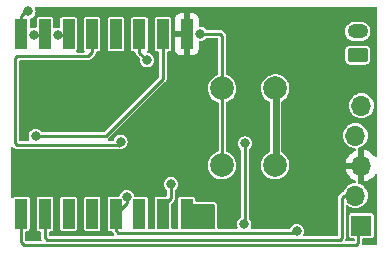
<source format=gbr>
%TF.GenerationSoftware,KiCad,Pcbnew,(6.0.0)*%
%TF.CreationDate,2022-03-02T17:10:44+00:00*%
%TF.ProjectId,Window sensor V5,57696e64-6f77-4207-9365-6e736f722056,rev?*%
%TF.SameCoordinates,Original*%
%TF.FileFunction,Copper,L2,Bot*%
%TF.FilePolarity,Positive*%
%FSLAX46Y46*%
G04 Gerber Fmt 4.6, Leading zero omitted, Abs format (unit mm)*
G04 Created by KiCad (PCBNEW (6.0.0)) date 2022-03-02 17:10:44*
%MOMM*%
%LPD*%
G01*
G04 APERTURE LIST*
G04 Aperture macros list*
%AMRoundRect*
0 Rectangle with rounded corners*
0 $1 Rounding radius*
0 $2 $3 $4 $5 $6 $7 $8 $9 X,Y pos of 4 corners*
0 Add a 4 corners polygon primitive as box body*
4,1,4,$2,$3,$4,$5,$6,$7,$8,$9,$2,$3,0*
0 Add four circle primitives for the rounded corners*
1,1,$1+$1,$2,$3*
1,1,$1+$1,$4,$5*
1,1,$1+$1,$6,$7*
1,1,$1+$1,$8,$9*
0 Add four rect primitives between the rounded corners*
20,1,$1+$1,$2,$3,$4,$5,0*
20,1,$1+$1,$4,$5,$6,$7,0*
20,1,$1+$1,$6,$7,$8,$9,0*
20,1,$1+$1,$8,$9,$2,$3,0*%
G04 Aperture macros list end*
%TA.AperFunction,ComponentPad*%
%ADD10C,2.000000*%
%TD*%
%TA.AperFunction,ComponentPad*%
%ADD11R,1.700000X1.700000*%
%TD*%
%TA.AperFunction,ComponentPad*%
%ADD12O,1.700000X1.700000*%
%TD*%
%TA.AperFunction,SMDPad,CuDef*%
%ADD13R,1.000000X2.500000*%
%TD*%
%TA.AperFunction,ComponentPad*%
%ADD14RoundRect,0.250000X0.625000X-0.350000X0.625000X0.350000X-0.625000X0.350000X-0.625000X-0.350000X0*%
%TD*%
%TA.AperFunction,ComponentPad*%
%ADD15O,1.750000X1.200000*%
%TD*%
%TA.AperFunction,ViaPad*%
%ADD16C,0.800000*%
%TD*%
%TA.AperFunction,Conductor*%
%ADD17C,0.600000*%
%TD*%
%TA.AperFunction,Conductor*%
%ADD18C,0.250000*%
%TD*%
G04 APERTURE END LIST*
D10*
%TO.P,SW2,1,1*%
%TO.N,+BATT*%
X138394000Y-75002000D03*
X138394000Y-81502000D03*
%TO.P,SW2,2,2*%
%TO.N,INPUT*%
X133894000Y-75002000D03*
X133894000Y-81502000D03*
%TD*%
D11*
%TO.P,J2,1,Pin_1*%
%TO.N,Net-(J2-Pad1)*%
X145694400Y-86609000D03*
D12*
%TO.P,J2,2,Pin_2*%
%TO.N,Net-(J2-Pad2)*%
X145186400Y-84069000D03*
%TO.P,J2,3,Pin_3*%
%TO.N,VCC*%
X145694400Y-81529000D03*
%TO.P,J2,4,Pin_4*%
%TO.N,unconnected-(J2-Pad4)*%
X145186400Y-78989000D03*
%TO.P,J2,5,Pin_5*%
%TO.N,GND*%
X145694400Y-76449000D03*
%TD*%
D13*
%TO.P,U3,1,~{RST}*%
%TO.N,Net-(RESET1-Pad2)*%
X116896000Y-70403400D03*
%TO.P,U3,2,ADC*%
%TO.N,Net-(C6-Pad1)*%
X118896000Y-70403400D03*
%TO.P,U3,3,EN*%
%TO.N,Net-(C5-Pad1)*%
X120896000Y-70403400D03*
%TO.P,U3,4,GPIO16*%
%TO.N,END*%
X122896000Y-70403400D03*
%TO.P,U3,5,GPIO14*%
%TO.N,unconnected-(U3-Pad5)*%
X124896000Y-70403400D03*
%TO.P,U3,6,GPIO12*%
%TO.N,Net-(C8-Pad1)*%
X126896000Y-70403400D03*
%TO.P,U3,7,GPIO13*%
%TO.N,GPIO13*%
X128896000Y-70403400D03*
%TO.P,U3,8,VCC*%
%TO.N,VCC*%
X130896000Y-70403400D03*
%TO.P,U3,15,GND*%
%TO.N,GND*%
X130896000Y-85603400D03*
%TO.P,U3,16,GPIO15*%
%TO.N,Net-(R9-Pad1)*%
X128896000Y-85603400D03*
%TO.P,U3,17,GPIO2*%
%TO.N,unconnected-(U3-Pad17)*%
X126896000Y-85603400D03*
%TO.P,U3,18,GPIO0*%
%TO.N,Net-(FLASH1-Pad1)*%
X124896000Y-85603400D03*
%TO.P,U3,19,GPIO4*%
%TO.N,unconnected-(U3-Pad19)*%
X122896000Y-85603400D03*
%TO.P,U3,20,GPIO5*%
%TO.N,unconnected-(U3-Pad20)*%
X120896000Y-85603400D03*
%TO.P,U3,21,GPIO3/RXD*%
%TO.N,Net-(J2-Pad2)*%
X118896000Y-85603400D03*
%TO.P,U3,22,GPIO1/TXD*%
%TO.N,Net-(J2-Pad1)*%
X116896000Y-85603400D03*
%TD*%
D14*
%TO.P,J1,1,Pin_1*%
%TO.N,+BATT*%
X145375800Y-72170800D03*
D15*
%TO.P,J1,2,Pin_2*%
%TO.N,GND*%
X145375800Y-70170800D03*
%TD*%
D16*
%TO.N,GND*%
X132842000Y-85598000D03*
X132511800Y-86410800D03*
X131876800Y-85775800D03*
%TO.N,Net-(C5-Pad1)*%
X119995502Y-70459600D03*
%TO.N,Net-(C6-Pad1)*%
X117995502Y-70459600D03*
%TO.N,VCC*%
X140716000Y-80314800D03*
X119811800Y-81788000D03*
X121843800Y-74129580D03*
X123082939Y-83461300D03*
%TO.N,Net-(FLASH1-Pad1)*%
X140208000Y-87090980D03*
X125823204Y-84176463D03*
%TO.N,Net-(R1-Pad2)*%
X135813800Y-79654400D03*
X135763000Y-86473700D03*
%TO.N,GPIO13*%
X118110000Y-79019400D03*
%TO.N,INPUT*%
X132050207Y-70362627D03*
%TO.N,END*%
X125298200Y-79502000D03*
%TO.N,Net-(R9-Pad1)*%
X129565400Y-83108800D03*
%TO.N,Net-(RESET1-Pad2)*%
X117500400Y-68478400D03*
%TO.N,Net-(C8-Pad1)*%
X127558800Y-72618600D03*
%TD*%
D17*
%TO.N,+BATT*%
X138419400Y-74956600D02*
X138419400Y-81456600D01*
%TO.N,GND*%
X131876800Y-85775800D02*
X132511800Y-86410800D01*
X130896000Y-85603400D02*
X131704400Y-85603400D01*
X131704400Y-85603400D02*
X131876800Y-85775800D01*
D18*
%TO.N,Net-(C5-Pad1)*%
X120020902Y-70485000D02*
X120814400Y-70485000D01*
X119995502Y-70459600D02*
X120020902Y-70485000D01*
%TO.N,Net-(C6-Pad1)*%
X117995502Y-70459600D02*
X118839800Y-70459600D01*
%TO.N,Net-(FLASH1-Pad1)*%
X140100780Y-87198200D02*
X125095000Y-87198200D01*
X125095000Y-87198200D02*
X124917200Y-87020400D01*
X124917200Y-87020400D02*
X124917200Y-86374600D01*
X125823204Y-84676196D02*
X124896000Y-85603400D01*
X140208000Y-87090980D02*
X140100780Y-87198200D01*
X125823204Y-84176463D02*
X125823204Y-84676196D01*
%TO.N,Net-(J2-Pad1)*%
X116890800Y-88011000D02*
X117144800Y-88265000D01*
X116890800Y-86358600D02*
X116890800Y-88011000D01*
X145237200Y-88265000D02*
X145440400Y-88061800D01*
X117144800Y-88265000D02*
X145237200Y-88265000D01*
X145440400Y-88061800D02*
X145440400Y-86609000D01*
%TO.N,Net-(J2-Pad2)*%
X144018000Y-84251800D02*
X144200800Y-84069000D01*
X143840200Y-87815480D02*
X144018000Y-87637680D01*
X119100600Y-87815480D02*
X143840200Y-87815480D01*
X118896000Y-85603400D02*
X118896000Y-87610880D01*
X144200800Y-84069000D02*
X145440400Y-84069000D01*
X118896000Y-87610880D02*
X119100600Y-87815480D01*
X144018000Y-87637680D02*
X144018000Y-84251800D01*
%TO.N,Net-(R1-Pad2)*%
X135813800Y-79654400D02*
X135813800Y-86422900D01*
X135813800Y-86422900D02*
X135763000Y-86473700D01*
%TO.N,GPIO13*%
X128879600Y-74168000D02*
X124028200Y-79019400D01*
X128879600Y-71169800D02*
X128879600Y-74168000D01*
X124028200Y-79019400D02*
X118110000Y-79019400D01*
%TO.N,INPUT*%
X132050207Y-70362627D02*
X133710227Y-70362627D01*
X133919400Y-75027400D02*
X133919400Y-81476600D01*
X133894000Y-70546400D02*
X133894000Y-75002000D01*
X133710227Y-70362627D02*
X133894000Y-70546400D01*
%TO.N,END*%
X116535200Y-72288400D02*
X122525800Y-72288400D01*
X125145800Y-79806800D02*
X116535200Y-79806800D01*
X125171200Y-79629000D02*
X125171200Y-79832200D01*
X116535200Y-79806800D02*
X116382800Y-79654400D01*
X116382800Y-79654400D02*
X116382800Y-72440800D01*
X125171200Y-79832200D02*
X125145800Y-79806800D01*
X116382800Y-72440800D02*
X116535200Y-72288400D01*
X125298200Y-79502000D02*
X125171200Y-79629000D01*
X122896000Y-71918200D02*
X122896000Y-70403400D01*
X122525800Y-72288400D02*
X122896000Y-71918200D01*
%TO.N,Net-(R9-Pad1)*%
X129565400Y-84306763D02*
X128896000Y-84976163D01*
X129565400Y-83108800D02*
X129565400Y-84306763D01*
%TO.N,Net-(RESET1-Pad2)*%
X117500400Y-68478400D02*
X117297200Y-68478400D01*
X117297200Y-68478400D02*
X116896000Y-68879600D01*
X116896000Y-68879600D02*
X116896000Y-70403400D01*
%TO.N,Net-(C8-Pad1)*%
X126896000Y-71955800D02*
X127558800Y-72618600D01*
X126896000Y-70403400D02*
X126896000Y-71955800D01*
%TD*%
%TA.AperFunction,Conductor*%
%TO.N,VCC*%
G36*
X146985921Y-68114202D02*
G01*
X147032414Y-68167858D01*
X147043800Y-68220200D01*
X147043800Y-80687868D01*
X147023798Y-80755989D01*
X146970142Y-80802482D01*
X146899868Y-80812586D01*
X146835288Y-80783092D01*
X146812008Y-80756308D01*
X146776827Y-80701926D01*
X146770536Y-80693757D01*
X146627206Y-80536240D01*
X146619673Y-80529215D01*
X146452539Y-80397222D01*
X146443952Y-80391517D01*
X146257517Y-80288599D01*
X146248105Y-80284369D01*
X146047359Y-80213280D01*
X146037388Y-80210646D01*
X145966237Y-80197972D01*
X145952940Y-80199432D01*
X145948400Y-80213989D01*
X145948400Y-82847517D01*
X145952464Y-82861359D01*
X145965878Y-82863393D01*
X145972584Y-82862534D01*
X145982662Y-82860392D01*
X146186655Y-82799191D01*
X146196242Y-82795433D01*
X146387495Y-82701739D01*
X146396345Y-82696464D01*
X146569728Y-82572792D01*
X146577600Y-82566139D01*
X146728452Y-82415812D01*
X146735123Y-82407972D01*
X146815477Y-82296148D01*
X146871472Y-82252500D01*
X146942175Y-82246054D01*
X147005140Y-82278857D01*
X147040374Y-82340493D01*
X147043800Y-82369674D01*
X147043800Y-88167600D01*
X147023798Y-88235721D01*
X146970142Y-88282214D01*
X146917800Y-88293600D01*
X145880210Y-88293600D01*
X145812089Y-88273598D01*
X145765596Y-88219942D01*
X145756124Y-88145723D01*
X145757533Y-88137731D01*
X145759908Y-88127017D01*
X145769663Y-88090607D01*
X145768404Y-88076210D01*
X145766379Y-88053069D01*
X145765900Y-88042088D01*
X145765900Y-87785500D01*
X145785902Y-87717379D01*
X145839558Y-87670886D01*
X145891900Y-87659500D01*
X146564148Y-87659500D01*
X146584207Y-87655510D01*
X146610461Y-87650288D01*
X146610462Y-87650288D01*
X146622631Y-87647867D01*
X146688952Y-87603552D01*
X146733267Y-87537231D01*
X146744900Y-87478748D01*
X146744900Y-85739252D01*
X146733267Y-85680769D01*
X146688952Y-85614448D01*
X146622631Y-85570133D01*
X146610462Y-85567712D01*
X146610461Y-85567712D01*
X146570216Y-85559707D01*
X146564148Y-85558500D01*
X144824652Y-85558500D01*
X144818584Y-85559707D01*
X144778339Y-85567712D01*
X144778338Y-85567712D01*
X144766169Y-85570133D01*
X144699848Y-85614448D01*
X144655533Y-85680769D01*
X144643900Y-85739252D01*
X144643900Y-87478748D01*
X144655533Y-87537231D01*
X144699848Y-87603552D01*
X144766169Y-87647867D01*
X144778338Y-87650288D01*
X144778339Y-87650288D01*
X144804593Y-87655510D01*
X144824652Y-87659500D01*
X144988900Y-87659500D01*
X145057021Y-87679502D01*
X145103514Y-87733158D01*
X145114900Y-87785500D01*
X145114900Y-87813500D01*
X145094898Y-87881621D01*
X145041242Y-87928114D01*
X144988900Y-87939500D01*
X144437789Y-87939500D01*
X144369668Y-87919498D01*
X144323175Y-87865842D01*
X144313071Y-87795568D01*
X144317641Y-87777360D01*
X144317561Y-87777339D01*
X144318088Y-87775374D01*
X144318340Y-87774574D01*
X144318910Y-87772304D01*
X144319506Y-87770079D01*
X144319996Y-87768733D01*
X144320779Y-87766843D01*
X144321386Y-87764919D01*
X144323079Y-87760268D01*
X144328588Y-87750725D01*
X144335134Y-87713604D01*
X144337508Y-87702897D01*
X144347263Y-87666487D01*
X144344919Y-87639687D01*
X144343979Y-87628949D01*
X144343500Y-87617968D01*
X144343500Y-85003829D01*
X144363502Y-84935708D01*
X144417158Y-84889215D01*
X144487432Y-84879111D01*
X144551162Y-84907875D01*
X144583964Y-84935791D01*
X144763798Y-85036297D01*
X144834988Y-85059428D01*
X144953871Y-85098056D01*
X144953875Y-85098057D01*
X144959729Y-85099959D01*
X145164294Y-85124351D01*
X145170429Y-85123879D01*
X145170431Y-85123879D01*
X145226439Y-85119569D01*
X145369700Y-85108546D01*
X145375630Y-85106890D01*
X145375632Y-85106890D01*
X145499504Y-85072304D01*
X145568125Y-85053145D01*
X145573614Y-85050372D01*
X145573620Y-85050370D01*
X145746516Y-84963033D01*
X145752010Y-84960258D01*
X145914351Y-84833424D01*
X145928442Y-84817100D01*
X146044940Y-84682134D01*
X146044940Y-84682133D01*
X146048964Y-84677472D01*
X146150723Y-84498344D01*
X146215751Y-84302863D01*
X146241571Y-84098474D01*
X146241983Y-84069000D01*
X146221880Y-83863970D01*
X146162335Y-83666749D01*
X146065618Y-83484849D01*
X145992259Y-83394902D01*
X145939306Y-83329975D01*
X145939303Y-83329972D01*
X145935411Y-83325200D01*
X145872543Y-83273191D01*
X145781425Y-83197811D01*
X145781421Y-83197809D01*
X145776675Y-83193882D01*
X145595455Y-83095897D01*
X145495588Y-83064983D01*
X145436429Y-83025731D01*
X145407882Y-82960727D01*
X145419011Y-82890608D01*
X145430098Y-82876866D01*
X145440400Y-82848065D01*
X145440400Y-81801115D01*
X145435925Y-81785876D01*
X145434535Y-81784671D01*
X145426852Y-81783000D01*
X144377625Y-81783000D01*
X144364094Y-81786973D01*
X144362657Y-81796966D01*
X144392965Y-81931446D01*
X144396045Y-81941275D01*
X144476170Y-82138603D01*
X144480813Y-82147794D01*
X144592094Y-82329388D01*
X144598177Y-82337699D01*
X144737613Y-82498667D01*
X144744980Y-82505883D01*
X144908834Y-82641916D01*
X144917281Y-82647831D01*
X145101156Y-82755279D01*
X145110449Y-82759732D01*
X145155187Y-82776816D01*
X145211690Y-82819803D01*
X145235982Y-82886515D01*
X145220351Y-82955769D01*
X145169760Y-83005579D01*
X145121658Y-83020005D01*
X145059167Y-83025692D01*
X144994741Y-83031555D01*
X144994737Y-83031556D01*
X144988603Y-83032114D01*
X144790972Y-83090280D01*
X144608402Y-83185726D01*
X144603601Y-83189586D01*
X144603598Y-83189588D01*
X144499617Y-83273191D01*
X144447847Y-83314815D01*
X144315424Y-83472630D01*
X144312456Y-83478028D01*
X144312453Y-83478033D01*
X144257429Y-83578123D01*
X144216176Y-83653162D01*
X144214314Y-83659032D01*
X144214313Y-83659034D01*
X144211493Y-83667924D01*
X144171830Y-83726808D01*
X144113274Y-83753911D01*
X144098610Y-83756497D01*
X144098606Y-83756499D01*
X144087755Y-83758412D01*
X144078212Y-83763921D01*
X144074935Y-83765114D01*
X144071764Y-83766593D01*
X144061116Y-83769446D01*
X144052087Y-83775768D01*
X144030249Y-83791059D01*
X144020979Y-83796964D01*
X143997892Y-83810293D01*
X143997888Y-83810296D01*
X143988345Y-83815806D01*
X143981260Y-83824250D01*
X143964125Y-83844670D01*
X143956700Y-83852773D01*
X143801778Y-84007696D01*
X143793674Y-84015122D01*
X143764806Y-84039345D01*
X143759293Y-84048894D01*
X143745961Y-84071985D01*
X143740055Y-84081256D01*
X143718446Y-84112116D01*
X143715592Y-84122766D01*
X143714115Y-84125934D01*
X143712923Y-84129210D01*
X143707412Y-84138755D01*
X143703294Y-84162112D01*
X143700870Y-84175858D01*
X143698492Y-84186585D01*
X143688736Y-84222993D01*
X143689697Y-84233978D01*
X143689697Y-84233980D01*
X143692020Y-84260528D01*
X143692500Y-84271510D01*
X143692500Y-87363980D01*
X143672498Y-87432101D01*
X143618842Y-87478594D01*
X143566500Y-87489980D01*
X140881278Y-87489980D01*
X140813157Y-87469978D01*
X140766664Y-87416322D01*
X140756560Y-87346048D01*
X140764869Y-87315762D01*
X140789884Y-87255371D01*
X140793044Y-87247742D01*
X140813682Y-87090980D01*
X140793044Y-86934218D01*
X140732536Y-86788139D01*
X140636282Y-86662698D01*
X140510841Y-86566444D01*
X140364762Y-86505936D01*
X140208000Y-86485298D01*
X140051238Y-86505936D01*
X139905159Y-86566444D01*
X139779718Y-86662698D01*
X139683464Y-86788139D01*
X139680303Y-86795769D01*
X139676175Y-86802920D01*
X139674833Y-86802145D01*
X139636107Y-86850199D01*
X139564247Y-86872700D01*
X136436278Y-86872700D01*
X136368157Y-86852698D01*
X136321664Y-86799042D01*
X136311560Y-86728768D01*
X136319869Y-86698482D01*
X136344884Y-86638091D01*
X136348044Y-86630462D01*
X136368682Y-86473700D01*
X136348044Y-86316938D01*
X136287536Y-86170859D01*
X136191282Y-86045418D01*
X136184736Y-86040395D01*
X136178891Y-86034550D01*
X136180784Y-86032657D01*
X136146729Y-85986020D01*
X136139300Y-85943394D01*
X136139300Y-81470440D01*
X137188770Y-81470440D01*
X137203200Y-81690604D01*
X137204621Y-81696200D01*
X137204622Y-81696205D01*
X137230213Y-81796966D01*
X137257511Y-81904452D01*
X137259928Y-81909694D01*
X137259928Y-81909695D01*
X137298046Y-81992379D01*
X137349883Y-82104821D01*
X137477222Y-82285002D01*
X137635264Y-82438961D01*
X137640060Y-82442166D01*
X137640063Y-82442168D01*
X137731282Y-82503118D01*
X137818717Y-82561540D01*
X137824020Y-82563818D01*
X137824023Y-82563820D01*
X138005797Y-82641916D01*
X138021436Y-82648635D01*
X138101088Y-82666658D01*
X138230995Y-82696054D01*
X138231001Y-82696055D01*
X138236632Y-82697329D01*
X138242403Y-82697556D01*
X138242405Y-82697556D01*
X138310211Y-82700220D01*
X138457098Y-82705991D01*
X138587635Y-82687064D01*
X138669738Y-82675160D01*
X138669743Y-82675159D01*
X138675452Y-82674331D01*
X138680916Y-82672476D01*
X138680921Y-82672475D01*
X138878907Y-82605268D01*
X138878912Y-82605266D01*
X138884379Y-82603410D01*
X138909591Y-82589291D01*
X139028536Y-82522678D01*
X139076884Y-82495602D01*
X139172821Y-82415812D01*
X139242086Y-82358204D01*
X139246518Y-82354518D01*
X139387602Y-82184884D01*
X139495410Y-81992379D01*
X139497266Y-81986912D01*
X139497268Y-81986907D01*
X139564475Y-81788921D01*
X139564476Y-81788916D01*
X139566331Y-81783452D01*
X139567159Y-81777743D01*
X139567160Y-81777738D01*
X139597458Y-81568772D01*
X139597991Y-81565098D01*
X139599643Y-81502000D01*
X139579454Y-81282289D01*
X139577399Y-81275000D01*
X139521134Y-81075500D01*
X139519565Y-81069936D01*
X139421980Y-80872053D01*
X139335311Y-80755989D01*
X139293420Y-80699891D01*
X139293420Y-80699890D01*
X139289967Y-80695267D01*
X139127949Y-80545499D01*
X138978665Y-80451308D01*
X138931726Y-80398041D01*
X138919900Y-80344746D01*
X138919900Y-78974262D01*
X144130920Y-78974262D01*
X144131436Y-78980406D01*
X144147187Y-79167974D01*
X144148159Y-79179553D01*
X144149858Y-79185478D01*
X144199669Y-79359189D01*
X144204944Y-79377586D01*
X144207759Y-79383063D01*
X144207760Y-79383066D01*
X144228647Y-79423707D01*
X144299112Y-79560818D01*
X144427077Y-79722270D01*
X144431770Y-79726264D01*
X144431771Y-79726265D01*
X144515133Y-79797211D01*
X144583964Y-79855791D01*
X144589342Y-79858797D01*
X144589344Y-79858798D01*
X144620963Y-79876469D01*
X144763798Y-79956297D01*
X144815651Y-79973145D01*
X144953871Y-80018056D01*
X144953875Y-80018057D01*
X144959729Y-80019959D01*
X145117624Y-80038786D01*
X145182898Y-80066713D01*
X145222711Y-80125496D01*
X145224423Y-80196472D01*
X145187491Y-80257107D01*
X145160887Y-80275663D01*
X144972858Y-80373545D01*
X144964138Y-80379036D01*
X144793833Y-80506905D01*
X144786126Y-80513748D01*
X144638990Y-80667717D01*
X144632504Y-80675727D01*
X144512498Y-80851649D01*
X144507400Y-80860623D01*
X144417738Y-81053783D01*
X144414175Y-81063470D01*
X144358789Y-81263183D01*
X144360312Y-81271607D01*
X144372692Y-81275000D01*
X145422285Y-81275000D01*
X145437524Y-81270525D01*
X145438729Y-81269135D01*
X145440400Y-81261452D01*
X145440400Y-80212102D01*
X145430654Y-80178912D01*
X145411681Y-80149388D01*
X145411681Y-80078392D01*
X145450065Y-80018665D01*
X145498693Y-79992532D01*
X145562188Y-79974804D01*
X145562201Y-79974799D01*
X145568125Y-79973145D01*
X145573614Y-79970372D01*
X145573620Y-79970370D01*
X145746516Y-79883033D01*
X145752010Y-79880258D01*
X145914351Y-79753424D01*
X145938951Y-79724925D01*
X146044940Y-79602134D01*
X146044940Y-79602133D01*
X146048964Y-79597472D01*
X146069787Y-79560818D01*
X146107851Y-79493812D01*
X146150723Y-79418344D01*
X146215751Y-79222863D01*
X146241571Y-79018474D01*
X146241983Y-78989000D01*
X146221880Y-78783970D01*
X146162335Y-78586749D01*
X146065618Y-78404849D01*
X145992259Y-78314902D01*
X145939306Y-78249975D01*
X145939303Y-78249972D01*
X145935411Y-78245200D01*
X145918186Y-78230950D01*
X145781425Y-78117811D01*
X145781421Y-78117809D01*
X145776675Y-78113882D01*
X145595455Y-78015897D01*
X145398654Y-77954977D01*
X145392529Y-77954333D01*
X145392528Y-77954333D01*
X145199898Y-77934087D01*
X145199896Y-77934087D01*
X145193769Y-77933443D01*
X145106929Y-77941346D01*
X144994742Y-77951555D01*
X144994739Y-77951556D01*
X144988603Y-77952114D01*
X144790972Y-78010280D01*
X144608402Y-78105726D01*
X144603601Y-78109586D01*
X144603598Y-78109588D01*
X144593371Y-78117811D01*
X144447847Y-78234815D01*
X144315424Y-78392630D01*
X144312456Y-78398028D01*
X144312453Y-78398033D01*
X144256457Y-78499891D01*
X144216176Y-78573162D01*
X144153884Y-78769532D01*
X144153198Y-78775649D01*
X144153197Y-78775653D01*
X144142522Y-78870826D01*
X144130920Y-78974262D01*
X138919900Y-78974262D01*
X138919900Y-76434262D01*
X144638920Y-76434262D01*
X144656159Y-76639553D01*
X144712944Y-76837586D01*
X144715759Y-76843063D01*
X144715760Y-76843066D01*
X144736647Y-76883707D01*
X144807112Y-77020818D01*
X144935077Y-77182270D01*
X145091964Y-77315791D01*
X145271798Y-77416297D01*
X145366638Y-77447113D01*
X145461871Y-77478056D01*
X145461875Y-77478057D01*
X145467729Y-77479959D01*
X145672294Y-77504351D01*
X145678429Y-77503879D01*
X145678431Y-77503879D01*
X145734439Y-77499569D01*
X145877700Y-77488546D01*
X145883630Y-77486890D01*
X145883632Y-77486890D01*
X146070197Y-77434800D01*
X146070196Y-77434800D01*
X146076125Y-77433145D01*
X146081614Y-77430372D01*
X146081620Y-77430370D01*
X146254516Y-77343033D01*
X146260010Y-77340258D01*
X146422351Y-77213424D01*
X146556964Y-77057472D01*
X146577787Y-77020818D01*
X146655676Y-76883707D01*
X146658723Y-76878344D01*
X146723751Y-76682863D01*
X146749571Y-76478474D01*
X146749983Y-76449000D01*
X146729880Y-76243970D01*
X146670335Y-76046749D01*
X146573618Y-75864849D01*
X146500259Y-75774902D01*
X146447306Y-75709975D01*
X146447303Y-75709972D01*
X146443411Y-75705200D01*
X146424223Y-75689326D01*
X146289425Y-75577811D01*
X146289421Y-75577809D01*
X146284675Y-75573882D01*
X146103455Y-75475897D01*
X145906654Y-75414977D01*
X145900529Y-75414333D01*
X145900528Y-75414333D01*
X145707898Y-75394087D01*
X145707896Y-75394087D01*
X145701769Y-75393443D01*
X145614929Y-75401346D01*
X145502742Y-75411555D01*
X145502739Y-75411556D01*
X145496603Y-75412114D01*
X145298972Y-75470280D01*
X145293507Y-75473137D01*
X145207687Y-75518003D01*
X145116402Y-75565726D01*
X145111601Y-75569586D01*
X145111598Y-75569588D01*
X144974473Y-75679839D01*
X144955847Y-75694815D01*
X144823424Y-75852630D01*
X144820456Y-75858028D01*
X144820453Y-75858033D01*
X144746854Y-75991911D01*
X144724176Y-76033162D01*
X144661884Y-76229532D01*
X144661198Y-76235649D01*
X144661197Y-76235653D01*
X144639607Y-76428137D01*
X144638920Y-76434262D01*
X138919900Y-76434262D01*
X138919900Y-76157367D01*
X138939902Y-76089246D01*
X138984333Y-76047433D01*
X139076884Y-75995602D01*
X139246518Y-75854518D01*
X139366734Y-75709975D01*
X139383908Y-75689326D01*
X139383910Y-75689323D01*
X139387602Y-75684884D01*
X139495410Y-75492379D01*
X139497266Y-75486912D01*
X139497268Y-75486907D01*
X139564475Y-75288921D01*
X139564476Y-75288916D01*
X139566331Y-75283452D01*
X139567159Y-75277743D01*
X139567160Y-75277738D01*
X139597458Y-75068772D01*
X139597991Y-75065098D01*
X139599643Y-75002000D01*
X139579454Y-74782289D01*
X139519565Y-74569936D01*
X139421980Y-74372053D01*
X139322270Y-74238525D01*
X139293420Y-74199891D01*
X139293420Y-74199890D01*
X139289967Y-74195267D01*
X139192586Y-74105249D01*
X139132189Y-74049418D01*
X139132186Y-74049416D01*
X139127949Y-74045499D01*
X138941350Y-73927764D01*
X138798811Y-73870897D01*
X138741785Y-73848146D01*
X138736421Y-73846006D01*
X138730761Y-73844880D01*
X138730757Y-73844879D01*
X138525691Y-73804089D01*
X138525688Y-73804089D01*
X138520024Y-73802962D01*
X138514249Y-73802886D01*
X138514245Y-73802886D01*
X138403504Y-73801437D01*
X138299406Y-73800074D01*
X138293709Y-73801053D01*
X138293708Y-73801053D01*
X138087654Y-73836459D01*
X138087653Y-73836459D01*
X138081957Y-73837438D01*
X137874957Y-73913804D01*
X137685341Y-74026614D01*
X137519457Y-74172090D01*
X137382863Y-74345360D01*
X137280131Y-74540620D01*
X137214703Y-74751333D01*
X137188770Y-74970440D01*
X137203200Y-75190604D01*
X137204621Y-75196200D01*
X137204622Y-75196205D01*
X137254715Y-75393443D01*
X137257511Y-75404452D01*
X137259928Y-75409694D01*
X137259928Y-75409695D01*
X137298046Y-75492379D01*
X137349883Y-75604821D01*
X137477222Y-75785002D01*
X137635264Y-75938961D01*
X137640060Y-75942166D01*
X137640063Y-75942168D01*
X137724255Y-75998423D01*
X137818717Y-76061540D01*
X137824024Y-76063820D01*
X137824026Y-76063821D01*
X137842637Y-76071817D01*
X137897330Y-76117084D01*
X137918900Y-76187585D01*
X137918900Y-80316010D01*
X137898898Y-80384131D01*
X137857323Y-80424295D01*
X137718469Y-80506905D01*
X137685341Y-80526614D01*
X137519457Y-80672090D01*
X137382863Y-80845360D01*
X137280131Y-81040620D01*
X137214703Y-81251333D01*
X137188770Y-81470440D01*
X136139300Y-81470440D01*
X136139300Y-80223686D01*
X136159302Y-80155565D01*
X136188596Y-80123723D01*
X136190567Y-80122211D01*
X136225558Y-80095361D01*
X136235536Y-80087705D01*
X136242082Y-80082682D01*
X136338336Y-79957241D01*
X136398844Y-79811162D01*
X136419482Y-79654400D01*
X136398844Y-79497638D01*
X136338336Y-79351559D01*
X136242082Y-79226118D01*
X136116641Y-79129864D01*
X135970562Y-79069356D01*
X135813800Y-79048718D01*
X135657038Y-79069356D01*
X135510959Y-79129864D01*
X135385518Y-79226118D01*
X135289264Y-79351559D01*
X135228756Y-79497638D01*
X135208118Y-79654400D01*
X135228756Y-79811162D01*
X135289264Y-79957241D01*
X135385518Y-80082682D01*
X135392064Y-80087705D01*
X135402042Y-80095361D01*
X135437034Y-80122211D01*
X135439004Y-80123723D01*
X135480871Y-80181061D01*
X135488300Y-80223686D01*
X135488300Y-85865434D01*
X135468298Y-85933555D01*
X135439004Y-85965397D01*
X135351349Y-86032657D01*
X135334718Y-86045418D01*
X135238464Y-86170859D01*
X135177956Y-86316938D01*
X135157318Y-86473700D01*
X135177956Y-86630462D01*
X135181116Y-86638091D01*
X135206131Y-86698482D01*
X135213720Y-86769071D01*
X135181941Y-86832558D01*
X135120883Y-86868786D01*
X135089722Y-86872700D01*
X133599464Y-86872700D01*
X133531343Y-86852698D01*
X133484850Y-86799042D01*
X133474558Y-86742000D01*
X133473800Y-86742000D01*
X133473800Y-84911200D01*
X133469230Y-84868688D01*
X133457844Y-84816346D01*
X133455422Y-84806438D01*
X133413564Y-84727886D01*
X133367071Y-84674230D01*
X133349949Y-84656755D01*
X133272267Y-84613303D01*
X133238802Y-84603477D01*
X133208469Y-84594570D01*
X133208465Y-84594569D01*
X133204146Y-84593301D01*
X133199698Y-84592661D01*
X133199691Y-84592660D01*
X133152248Y-84585839D01*
X133152241Y-84585839D01*
X133147800Y-84585200D01*
X131722500Y-84585200D01*
X131654379Y-84565198D01*
X131607886Y-84511542D01*
X131596500Y-84459200D01*
X131596500Y-84333652D01*
X131590376Y-84302863D01*
X131587288Y-84287339D01*
X131587288Y-84287338D01*
X131584867Y-84275169D01*
X131540552Y-84208848D01*
X131474231Y-84164533D01*
X131462062Y-84162112D01*
X131462061Y-84162112D01*
X131421816Y-84154107D01*
X131415748Y-84152900D01*
X130376252Y-84152900D01*
X130370184Y-84154107D01*
X130329939Y-84162112D01*
X130329938Y-84162112D01*
X130317769Y-84164533D01*
X130251448Y-84208848D01*
X130207133Y-84275169D01*
X130204712Y-84287338D01*
X130204712Y-84287339D01*
X130201624Y-84302863D01*
X130195500Y-84333652D01*
X130195500Y-86746700D01*
X130175498Y-86814821D01*
X130121842Y-86861314D01*
X130069500Y-86872700D01*
X129722500Y-86872700D01*
X129654379Y-86852698D01*
X129607886Y-86799042D01*
X129596500Y-86746700D01*
X129596500Y-84788179D01*
X129616502Y-84720058D01*
X129633405Y-84699084D01*
X129781615Y-84550874D01*
X129789719Y-84543447D01*
X129810149Y-84526304D01*
X129818594Y-84519218D01*
X129827549Y-84503707D01*
X129837439Y-84486578D01*
X129843345Y-84477307D01*
X129858630Y-84455478D01*
X129864954Y-84446447D01*
X129867808Y-84435797D01*
X129869285Y-84432629D01*
X129870477Y-84429353D01*
X129875988Y-84419808D01*
X129882530Y-84382705D01*
X129884909Y-84371973D01*
X129894664Y-84335570D01*
X129891379Y-84298020D01*
X129890900Y-84287039D01*
X129890900Y-83678086D01*
X129910902Y-83609965D01*
X129940196Y-83578123D01*
X129987136Y-83542105D01*
X129993682Y-83537082D01*
X130089936Y-83411641D01*
X130150444Y-83265562D01*
X130171082Y-83108800D01*
X130150444Y-82952038D01*
X130089936Y-82805959D01*
X130006756Y-82697556D01*
X129998705Y-82687064D01*
X129993682Y-82680518D01*
X129868241Y-82584264D01*
X129722162Y-82523756D01*
X129565400Y-82503118D01*
X129408638Y-82523756D01*
X129262559Y-82584264D01*
X129137118Y-82680518D01*
X129132095Y-82687064D01*
X129124044Y-82697556D01*
X129040864Y-82805959D01*
X128980356Y-82952038D01*
X128959718Y-83108800D01*
X128980356Y-83265562D01*
X129040864Y-83411641D01*
X129137118Y-83537082D01*
X129143664Y-83542105D01*
X129190604Y-83578123D01*
X129232471Y-83635461D01*
X129239900Y-83678086D01*
X129239900Y-84026900D01*
X129219898Y-84095021D01*
X129166242Y-84141514D01*
X129113900Y-84152900D01*
X128376252Y-84152900D01*
X128370184Y-84154107D01*
X128329939Y-84162112D01*
X128329938Y-84162112D01*
X128317769Y-84164533D01*
X128251448Y-84208848D01*
X128207133Y-84275169D01*
X128204712Y-84287338D01*
X128204712Y-84287339D01*
X128201624Y-84302863D01*
X128195500Y-84333652D01*
X128195500Y-86746700D01*
X128175498Y-86814821D01*
X128121842Y-86861314D01*
X128069500Y-86872700D01*
X127722500Y-86872700D01*
X127654379Y-86852698D01*
X127607886Y-86799042D01*
X127596500Y-86746700D01*
X127596500Y-84333652D01*
X127590376Y-84302863D01*
X127587288Y-84287339D01*
X127587288Y-84287338D01*
X127584867Y-84275169D01*
X127540552Y-84208848D01*
X127474231Y-84164533D01*
X127462062Y-84162112D01*
X127462061Y-84162112D01*
X127421816Y-84154107D01*
X127415748Y-84152900D01*
X126536283Y-84152900D01*
X126468162Y-84132898D01*
X126421669Y-84079242D01*
X126411361Y-84043347D01*
X126409326Y-84027889D01*
X126408248Y-84019701D01*
X126347740Y-83873622D01*
X126251486Y-83748181D01*
X126126045Y-83651927D01*
X125979966Y-83591419D01*
X125823204Y-83570781D01*
X125666442Y-83591419D01*
X125520363Y-83651927D01*
X125394922Y-83748181D01*
X125298668Y-83873622D01*
X125238160Y-84019701D01*
X125237082Y-84027889D01*
X125235047Y-84043347D01*
X125206324Y-84108274D01*
X125147059Y-84147365D01*
X125110125Y-84152900D01*
X124376252Y-84152900D01*
X124370184Y-84154107D01*
X124329939Y-84162112D01*
X124329938Y-84162112D01*
X124317769Y-84164533D01*
X124251448Y-84208848D01*
X124207133Y-84275169D01*
X124204712Y-84287338D01*
X124204712Y-84287339D01*
X124201624Y-84302863D01*
X124195500Y-84333652D01*
X124195500Y-86873148D01*
X124207133Y-86931631D01*
X124251448Y-86997952D01*
X124317769Y-87042267D01*
X124329938Y-87044688D01*
X124329939Y-87044688D01*
X124370184Y-87052693D01*
X124376252Y-87053900D01*
X124491471Y-87053900D01*
X124559592Y-87073902D01*
X124605443Y-87126818D01*
X124606612Y-87133445D01*
X124612126Y-87142995D01*
X124613319Y-87146273D01*
X124614791Y-87149431D01*
X124617646Y-87160084D01*
X124623970Y-87169115D01*
X124639255Y-87190944D01*
X124645161Y-87200215D01*
X124658493Y-87223306D01*
X124664006Y-87232855D01*
X124692875Y-87257079D01*
X124700979Y-87264506D01*
X124711358Y-87274885D01*
X124745384Y-87337197D01*
X124740319Y-87408012D01*
X124697772Y-87464848D01*
X124631252Y-87489659D01*
X124622263Y-87489980D01*
X119347500Y-87489980D01*
X119279379Y-87469978D01*
X119232886Y-87416322D01*
X119221500Y-87363980D01*
X119221500Y-87179900D01*
X119241502Y-87111779D01*
X119295158Y-87065286D01*
X119347500Y-87053900D01*
X119415748Y-87053900D01*
X119421816Y-87052693D01*
X119462061Y-87044688D01*
X119462062Y-87044688D01*
X119474231Y-87042267D01*
X119540552Y-86997952D01*
X119584867Y-86931631D01*
X119596500Y-86873148D01*
X120195500Y-86873148D01*
X120207133Y-86931631D01*
X120251448Y-86997952D01*
X120317769Y-87042267D01*
X120329938Y-87044688D01*
X120329939Y-87044688D01*
X120370184Y-87052693D01*
X120376252Y-87053900D01*
X121415748Y-87053900D01*
X121421816Y-87052693D01*
X121462061Y-87044688D01*
X121462062Y-87044688D01*
X121474231Y-87042267D01*
X121540552Y-86997952D01*
X121584867Y-86931631D01*
X121596500Y-86873148D01*
X122195500Y-86873148D01*
X122207133Y-86931631D01*
X122251448Y-86997952D01*
X122317769Y-87042267D01*
X122329938Y-87044688D01*
X122329939Y-87044688D01*
X122370184Y-87052693D01*
X122376252Y-87053900D01*
X123415748Y-87053900D01*
X123421816Y-87052693D01*
X123462061Y-87044688D01*
X123462062Y-87044688D01*
X123474231Y-87042267D01*
X123540552Y-86997952D01*
X123584867Y-86931631D01*
X123596500Y-86873148D01*
X123596500Y-84333652D01*
X123590376Y-84302863D01*
X123587288Y-84287339D01*
X123587288Y-84287338D01*
X123584867Y-84275169D01*
X123540552Y-84208848D01*
X123474231Y-84164533D01*
X123462062Y-84162112D01*
X123462061Y-84162112D01*
X123421816Y-84154107D01*
X123415748Y-84152900D01*
X122376252Y-84152900D01*
X122370184Y-84154107D01*
X122329939Y-84162112D01*
X122329938Y-84162112D01*
X122317769Y-84164533D01*
X122251448Y-84208848D01*
X122207133Y-84275169D01*
X122204712Y-84287338D01*
X122204712Y-84287339D01*
X122201624Y-84302863D01*
X122195500Y-84333652D01*
X122195500Y-86873148D01*
X121596500Y-86873148D01*
X121596500Y-84333652D01*
X121590376Y-84302863D01*
X121587288Y-84287339D01*
X121587288Y-84287338D01*
X121584867Y-84275169D01*
X121540552Y-84208848D01*
X121474231Y-84164533D01*
X121462062Y-84162112D01*
X121462061Y-84162112D01*
X121421816Y-84154107D01*
X121415748Y-84152900D01*
X120376252Y-84152900D01*
X120370184Y-84154107D01*
X120329939Y-84162112D01*
X120329938Y-84162112D01*
X120317769Y-84164533D01*
X120251448Y-84208848D01*
X120207133Y-84275169D01*
X120204712Y-84287338D01*
X120204712Y-84287339D01*
X120201624Y-84302863D01*
X120195500Y-84333652D01*
X120195500Y-86873148D01*
X119596500Y-86873148D01*
X119596500Y-84333652D01*
X119590376Y-84302863D01*
X119587288Y-84287339D01*
X119587288Y-84287338D01*
X119584867Y-84275169D01*
X119540552Y-84208848D01*
X119474231Y-84164533D01*
X119462062Y-84162112D01*
X119462061Y-84162112D01*
X119421816Y-84154107D01*
X119415748Y-84152900D01*
X118376252Y-84152900D01*
X118370184Y-84154107D01*
X118329939Y-84162112D01*
X118329938Y-84162112D01*
X118317769Y-84164533D01*
X118251448Y-84208848D01*
X118207133Y-84275169D01*
X118204712Y-84287338D01*
X118204712Y-84287339D01*
X118201624Y-84302863D01*
X118195500Y-84333652D01*
X118195500Y-86873148D01*
X118207133Y-86931631D01*
X118251448Y-86997952D01*
X118317769Y-87042267D01*
X118329938Y-87044688D01*
X118329939Y-87044688D01*
X118370184Y-87052693D01*
X118376252Y-87053900D01*
X118444500Y-87053900D01*
X118512621Y-87073902D01*
X118559114Y-87127558D01*
X118570500Y-87179900D01*
X118570500Y-87591170D01*
X118570020Y-87602152D01*
X118568155Y-87623474D01*
X118566736Y-87639687D01*
X118576491Y-87676090D01*
X118578870Y-87686822D01*
X118585412Y-87723925D01*
X118590923Y-87733471D01*
X118592117Y-87736751D01*
X118593593Y-87739916D01*
X118596446Y-87750564D01*
X118602768Y-87759592D01*
X118603075Y-87760251D01*
X118613736Y-87830443D01*
X118584755Y-87895256D01*
X118525335Y-87934111D01*
X118488880Y-87939500D01*
X117342300Y-87939500D01*
X117274179Y-87919498D01*
X117227686Y-87865842D01*
X117216300Y-87813500D01*
X117216300Y-87179900D01*
X117236302Y-87111779D01*
X117289958Y-87065286D01*
X117342300Y-87053900D01*
X117415748Y-87053900D01*
X117421816Y-87052693D01*
X117462061Y-87044688D01*
X117462062Y-87044688D01*
X117474231Y-87042267D01*
X117540552Y-86997952D01*
X117584867Y-86931631D01*
X117596500Y-86873148D01*
X117596500Y-84333652D01*
X117590376Y-84302863D01*
X117587288Y-84287339D01*
X117587288Y-84287338D01*
X117584867Y-84275169D01*
X117540552Y-84208848D01*
X117474231Y-84164533D01*
X117462062Y-84162112D01*
X117462061Y-84162112D01*
X117421816Y-84154107D01*
X117415748Y-84152900D01*
X116376252Y-84152900D01*
X116370184Y-84154107D01*
X116329939Y-84162112D01*
X116329938Y-84162112D01*
X116317769Y-84164533D01*
X116251448Y-84208848D01*
X116244557Y-84219161D01*
X116229365Y-84241897D01*
X116174887Y-84287424D01*
X116104444Y-84296271D01*
X116040400Y-84265630D01*
X116003089Y-84205228D01*
X115998600Y-84171894D01*
X115998600Y-80034716D01*
X116018602Y-79966595D01*
X116072258Y-79920102D01*
X116142532Y-79909998D01*
X116207112Y-79939492D01*
X116213695Y-79945621D01*
X116291089Y-80023015D01*
X116298516Y-80031119D01*
X116322745Y-80059994D01*
X116332294Y-80065507D01*
X116355385Y-80078839D01*
X116364656Y-80084745D01*
X116395516Y-80106354D01*
X116406167Y-80109208D01*
X116409340Y-80110688D01*
X116412612Y-80111879D01*
X116422155Y-80117388D01*
X116459276Y-80123934D01*
X116469983Y-80126308D01*
X116506393Y-80136063D01*
X116517368Y-80135103D01*
X116517370Y-80135103D01*
X116543931Y-80132779D01*
X116554912Y-80132300D01*
X125016967Y-80132300D01*
X125049573Y-80136593D01*
X125067930Y-80141511D01*
X125078384Y-80144807D01*
X125113806Y-80157700D01*
X125124831Y-80157700D01*
X125128267Y-80158306D01*
X125131742Y-80158610D01*
X125142393Y-80161464D01*
X125153379Y-80160503D01*
X125153381Y-80160503D01*
X125179928Y-80158180D01*
X125190910Y-80157700D01*
X125228594Y-80157700D01*
X125238956Y-80153928D01*
X125242405Y-80153320D01*
X125245767Y-80152419D01*
X125256745Y-80151459D01*
X125288626Y-80136593D01*
X125290897Y-80135534D01*
X125301051Y-80131328D01*
X125326100Y-80122211D01*
X125326101Y-80122210D01*
X125336460Y-80118440D01*
X125344906Y-80111352D01*
X125345231Y-80111165D01*
X125391787Y-80095361D01*
X125454962Y-80087044D01*
X125601041Y-80026536D01*
X125691348Y-79957241D01*
X125719936Y-79935305D01*
X125726482Y-79930282D01*
X125822736Y-79804841D01*
X125883244Y-79658762D01*
X125903882Y-79502000D01*
X125883244Y-79345238D01*
X125822736Y-79199159D01*
X125726482Y-79073718D01*
X125719393Y-79068278D01*
X125654486Y-79018474D01*
X125601041Y-78977464D01*
X125454962Y-78916956D01*
X125298200Y-78896318D01*
X125141438Y-78916956D01*
X124995359Y-78977464D01*
X124941914Y-79018474D01*
X124877008Y-79068278D01*
X124869918Y-79073718D01*
X124773664Y-79199159D01*
X124713156Y-79345238D01*
X124712078Y-79353426D01*
X124709666Y-79371747D01*
X124680943Y-79436674D01*
X124621678Y-79475765D01*
X124584744Y-79481300D01*
X124335133Y-79481300D01*
X124267012Y-79461298D01*
X124220519Y-79407642D01*
X124210415Y-79337368D01*
X124239762Y-79273109D01*
X124240655Y-79272594D01*
X124264885Y-79243717D01*
X124272311Y-79235615D01*
X129095815Y-74412111D01*
X129103919Y-74404684D01*
X129124349Y-74387541D01*
X129132794Y-74380455D01*
X129140316Y-74367426D01*
X129151639Y-74347815D01*
X129157545Y-74338544D01*
X129172830Y-74316715D01*
X129179154Y-74307684D01*
X129182008Y-74297034D01*
X129183485Y-74293866D01*
X129184677Y-74290590D01*
X129190188Y-74281045D01*
X129196730Y-74243942D01*
X129199109Y-74233210D01*
X129208864Y-74196807D01*
X129205579Y-74159257D01*
X129205100Y-74148276D01*
X129205100Y-71979900D01*
X129225102Y-71911779D01*
X129278758Y-71865286D01*
X129331100Y-71853900D01*
X129415748Y-71853900D01*
X129421816Y-71852693D01*
X129462061Y-71844688D01*
X129462062Y-71844688D01*
X129474231Y-71842267D01*
X129540552Y-71797952D01*
X129584867Y-71731631D01*
X129591543Y-71698069D01*
X129888001Y-71698069D01*
X129888371Y-71704890D01*
X129893895Y-71755752D01*
X129897521Y-71771004D01*
X129942676Y-71891454D01*
X129951214Y-71907049D01*
X130027715Y-72009124D01*
X130040276Y-72021685D01*
X130142351Y-72098186D01*
X130157946Y-72106724D01*
X130278394Y-72151878D01*
X130293649Y-72155505D01*
X130344514Y-72161031D01*
X130351328Y-72161400D01*
X130623885Y-72161400D01*
X130639124Y-72156925D01*
X130640329Y-72155535D01*
X130642000Y-72147852D01*
X130642000Y-72143284D01*
X131150000Y-72143284D01*
X131154475Y-72158523D01*
X131155865Y-72159728D01*
X131163548Y-72161399D01*
X131440669Y-72161399D01*
X131447490Y-72161029D01*
X131498352Y-72155505D01*
X131513604Y-72151879D01*
X131634054Y-72106724D01*
X131649649Y-72098186D01*
X131751724Y-72021685D01*
X131764285Y-72009124D01*
X131840786Y-71907049D01*
X131849324Y-71891454D01*
X131894478Y-71771006D01*
X131898105Y-71755751D01*
X131903631Y-71704886D01*
X131904000Y-71698072D01*
X131904000Y-71092736D01*
X131924002Y-71024615D01*
X131977658Y-70978122D01*
X132033761Y-70969714D01*
X132033761Y-70967231D01*
X132042019Y-70967231D01*
X132050207Y-70968309D01*
X132058395Y-70967231D01*
X132198781Y-70948749D01*
X132206969Y-70947671D01*
X132353048Y-70887163D01*
X132478489Y-70790909D01*
X132519530Y-70737423D01*
X132576868Y-70695556D01*
X132619493Y-70688127D01*
X133442500Y-70688127D01*
X133510621Y-70708129D01*
X133557114Y-70761785D01*
X133568500Y-70814127D01*
X133568500Y-73754586D01*
X133548498Y-73822707D01*
X133494842Y-73869200D01*
X133486111Y-73872797D01*
X133374957Y-73913804D01*
X133185341Y-74026614D01*
X133019457Y-74172090D01*
X132882863Y-74345360D01*
X132780131Y-74540620D01*
X132714703Y-74751333D01*
X132688770Y-74970440D01*
X132703200Y-75190604D01*
X132704621Y-75196200D01*
X132704622Y-75196205D01*
X132754715Y-75393443D01*
X132757511Y-75404452D01*
X132759928Y-75409694D01*
X132759928Y-75409695D01*
X132798046Y-75492379D01*
X132849883Y-75604821D01*
X132977222Y-75785002D01*
X133135264Y-75938961D01*
X133140060Y-75942166D01*
X133140063Y-75942168D01*
X133224255Y-75998423D01*
X133318717Y-76061540D01*
X133324020Y-76063818D01*
X133324023Y-76063820D01*
X133438537Y-76113019D01*
X133517639Y-76147004D01*
X133572331Y-76192271D01*
X133593900Y-76262771D01*
X133593900Y-80245215D01*
X133573898Y-80313336D01*
X133520242Y-80359829D01*
X133511510Y-80363427D01*
X133380376Y-80411804D01*
X133380368Y-80411808D01*
X133374957Y-80413804D01*
X133369996Y-80416756D01*
X133369995Y-80416756D01*
X133311919Y-80451308D01*
X133185341Y-80526614D01*
X133019457Y-80672090D01*
X132882863Y-80845360D01*
X132780131Y-81040620D01*
X132714703Y-81251333D01*
X132688770Y-81470440D01*
X132703200Y-81690604D01*
X132704621Y-81696200D01*
X132704622Y-81696205D01*
X132730213Y-81796966D01*
X132757511Y-81904452D01*
X132759928Y-81909694D01*
X132759928Y-81909695D01*
X132798046Y-81992379D01*
X132849883Y-82104821D01*
X132977222Y-82285002D01*
X133135264Y-82438961D01*
X133140060Y-82442166D01*
X133140063Y-82442168D01*
X133231282Y-82503118D01*
X133318717Y-82561540D01*
X133324020Y-82563818D01*
X133324023Y-82563820D01*
X133505797Y-82641916D01*
X133521436Y-82648635D01*
X133601088Y-82666658D01*
X133730995Y-82696054D01*
X133731001Y-82696055D01*
X133736632Y-82697329D01*
X133742403Y-82697556D01*
X133742405Y-82697556D01*
X133810211Y-82700220D01*
X133957098Y-82705991D01*
X134087635Y-82687064D01*
X134169738Y-82675160D01*
X134169743Y-82675159D01*
X134175452Y-82674331D01*
X134180916Y-82672476D01*
X134180921Y-82672475D01*
X134378907Y-82605268D01*
X134378912Y-82605266D01*
X134384379Y-82603410D01*
X134409591Y-82589291D01*
X134528536Y-82522678D01*
X134576884Y-82495602D01*
X134672821Y-82415812D01*
X134742086Y-82358204D01*
X134746518Y-82354518D01*
X134887602Y-82184884D01*
X134995410Y-81992379D01*
X134997266Y-81986912D01*
X134997268Y-81986907D01*
X135064475Y-81788921D01*
X135064476Y-81788916D01*
X135066331Y-81783452D01*
X135067159Y-81777743D01*
X135067160Y-81777738D01*
X135097458Y-81568772D01*
X135097991Y-81565098D01*
X135099643Y-81502000D01*
X135079454Y-81282289D01*
X135077399Y-81275000D01*
X135021134Y-81075500D01*
X135019565Y-81069936D01*
X134921980Y-80872053D01*
X134835311Y-80755989D01*
X134793420Y-80699891D01*
X134793420Y-80699890D01*
X134789967Y-80695267D01*
X134627949Y-80545499D01*
X134441350Y-80427764D01*
X134401346Y-80411804D01*
X134324210Y-80381030D01*
X134268351Y-80337209D01*
X134244900Y-80264000D01*
X134244900Y-76241047D01*
X134264902Y-76172926D01*
X134318558Y-76126433D01*
X134330399Y-76121734D01*
X134378908Y-76105268D01*
X134378916Y-76105264D01*
X134384379Y-76103410D01*
X134576884Y-75995602D01*
X134746518Y-75854518D01*
X134866734Y-75709975D01*
X134883908Y-75689326D01*
X134883910Y-75689323D01*
X134887602Y-75684884D01*
X134995410Y-75492379D01*
X134997266Y-75486912D01*
X134997268Y-75486907D01*
X135064475Y-75288921D01*
X135064476Y-75288916D01*
X135066331Y-75283452D01*
X135067159Y-75277743D01*
X135067160Y-75277738D01*
X135097458Y-75068772D01*
X135097991Y-75065098D01*
X135099643Y-75002000D01*
X135079454Y-74782289D01*
X135019565Y-74569936D01*
X134921980Y-74372053D01*
X134822270Y-74238525D01*
X134793420Y-74199891D01*
X134793420Y-74199890D01*
X134789967Y-74195267D01*
X134692586Y-74105249D01*
X134632189Y-74049418D01*
X134632186Y-74049416D01*
X134627949Y-74045499D01*
X134441350Y-73927764D01*
X134298809Y-73870896D01*
X134242951Y-73827077D01*
X134219500Y-73753867D01*
X134219500Y-72574634D01*
X144300300Y-72574634D01*
X144303281Y-72606169D01*
X144348166Y-72733984D01*
X144353758Y-72741554D01*
X144353759Y-72741557D01*
X144378728Y-72775362D01*
X144428650Y-72842950D01*
X144436221Y-72848542D01*
X144530043Y-72917841D01*
X144530046Y-72917842D01*
X144537616Y-72923434D01*
X144665431Y-72968319D01*
X144673077Y-72969042D01*
X144673078Y-72969042D01*
X144679048Y-72969606D01*
X144696966Y-72971300D01*
X146054634Y-72971300D01*
X146072552Y-72969606D01*
X146078522Y-72969042D01*
X146078523Y-72969042D01*
X146086169Y-72968319D01*
X146213984Y-72923434D01*
X146221554Y-72917842D01*
X146221557Y-72917841D01*
X146315379Y-72848542D01*
X146322950Y-72842950D01*
X146372872Y-72775362D01*
X146397841Y-72741557D01*
X146397842Y-72741554D01*
X146403434Y-72733984D01*
X146448319Y-72606169D01*
X146451300Y-72574634D01*
X146451300Y-71766966D01*
X146448319Y-71735431D01*
X146403434Y-71607616D01*
X146397842Y-71600046D01*
X146397841Y-71600043D01*
X146328542Y-71506221D01*
X146322950Y-71498650D01*
X146306006Y-71486135D01*
X146221557Y-71423759D01*
X146221554Y-71423758D01*
X146213984Y-71418166D01*
X146086169Y-71373281D01*
X146078523Y-71372558D01*
X146078522Y-71372558D01*
X146072552Y-71371994D01*
X146054634Y-71370300D01*
X144696966Y-71370300D01*
X144679048Y-71371994D01*
X144673078Y-71372558D01*
X144673077Y-71372558D01*
X144665431Y-71373281D01*
X144537616Y-71418166D01*
X144530046Y-71423758D01*
X144530043Y-71423759D01*
X144445594Y-71486135D01*
X144428650Y-71498650D01*
X144423058Y-71506221D01*
X144353759Y-71600043D01*
X144353758Y-71600046D01*
X144348166Y-71607616D01*
X144303281Y-71735431D01*
X144300300Y-71766966D01*
X144300300Y-72574634D01*
X134219500Y-72574634D01*
X134219500Y-70566113D01*
X134219979Y-70555132D01*
X134222303Y-70528570D01*
X134222303Y-70528568D01*
X134223263Y-70517593D01*
X134213508Y-70481183D01*
X134211133Y-70470472D01*
X134206501Y-70444206D01*
X134204588Y-70433355D01*
X134199078Y-70423811D01*
X134197886Y-70420535D01*
X134196407Y-70417364D01*
X134193554Y-70406716D01*
X134171940Y-70375848D01*
X134166036Y-70366579D01*
X134152707Y-70343492D01*
X134152704Y-70343488D01*
X134147194Y-70333945D01*
X134118330Y-70309725D01*
X134110227Y-70302300D01*
X133973102Y-70165176D01*
X144295255Y-70165176D01*
X144295991Y-70172179D01*
X144295991Y-70172180D01*
X144310076Y-70306189D01*
X144314027Y-70343783D01*
X144316298Y-70350454D01*
X144369574Y-70506951D01*
X144371903Y-70513793D01*
X144375593Y-70519791D01*
X144375594Y-70519793D01*
X144418955Y-70590274D01*
X144466006Y-70666755D01*
X144470932Y-70671786D01*
X144470935Y-70671789D01*
X144494210Y-70695556D01*
X144591659Y-70795068D01*
X144597584Y-70798887D01*
X144597586Y-70798888D01*
X144726762Y-70882136D01*
X144742617Y-70892354D01*
X144749237Y-70894763D01*
X144749240Y-70894765D01*
X144904761Y-70951370D01*
X144904764Y-70951371D01*
X144911378Y-70953778D01*
X144937921Y-70957131D01*
X145046155Y-70970804D01*
X145046158Y-70970804D01*
X145050083Y-70971300D01*
X145695955Y-70971300D01*
X145829272Y-70956346D01*
X145836647Y-70953778D01*
X145961358Y-70910349D01*
X145998873Y-70897285D01*
X146006765Y-70892354D01*
X146145201Y-70805849D01*
X146151175Y-70802116D01*
X146245820Y-70708129D01*
X146273610Y-70680533D01*
X146273613Y-70680529D01*
X146278607Y-70675570D01*
X146374837Y-70523936D01*
X146403228Y-70444206D01*
X146432719Y-70361386D01*
X146432720Y-70361381D01*
X146435081Y-70354751D01*
X146435914Y-70347765D01*
X146435915Y-70347761D01*
X146455511Y-70183417D01*
X146456345Y-70176424D01*
X146453329Y-70147729D01*
X146438310Y-70004825D01*
X146438309Y-70004821D01*
X146437573Y-69997817D01*
X146416210Y-69935064D01*
X146381968Y-69834477D01*
X146381967Y-69834474D01*
X146379697Y-69827807D01*
X146285594Y-69674845D01*
X146280668Y-69669814D01*
X146280665Y-69669811D01*
X146219824Y-69607683D01*
X146159941Y-69546532D01*
X146143213Y-69535751D01*
X146014909Y-69453065D01*
X146008983Y-69449246D01*
X146002363Y-69446837D01*
X146002360Y-69446835D01*
X145846839Y-69390230D01*
X145846836Y-69390229D01*
X145840222Y-69387822D01*
X145783492Y-69380656D01*
X145705445Y-69370796D01*
X145705442Y-69370796D01*
X145701517Y-69370300D01*
X145055645Y-69370300D01*
X144922328Y-69385254D01*
X144915675Y-69387571D01*
X144915674Y-69387571D01*
X144847349Y-69411364D01*
X144752727Y-69444315D01*
X144746753Y-69448048D01*
X144746751Y-69448049D01*
X144738724Y-69453065D01*
X144600425Y-69539484D01*
X144536435Y-69603029D01*
X144477990Y-69661067D01*
X144477987Y-69661071D01*
X144472993Y-69666030D01*
X144376763Y-69817664D01*
X144374398Y-69824306D01*
X144318881Y-69980214D01*
X144318880Y-69980219D01*
X144316519Y-69986849D01*
X144315686Y-69993835D01*
X144315685Y-69993839D01*
X144307946Y-70058742D01*
X144295255Y-70165176D01*
X133973102Y-70165176D01*
X133954331Y-70146405D01*
X133946904Y-70138300D01*
X133929768Y-70117878D01*
X133922682Y-70109433D01*
X133913133Y-70103920D01*
X133890042Y-70090588D01*
X133880771Y-70084682D01*
X133858942Y-70069397D01*
X133849911Y-70063073D01*
X133839261Y-70060219D01*
X133836093Y-70058742D01*
X133832817Y-70057550D01*
X133823272Y-70052039D01*
X133789528Y-70046089D01*
X133786169Y-70045497D01*
X133775442Y-70043119D01*
X133739034Y-70033363D01*
X133728049Y-70034324D01*
X133728047Y-70034324D01*
X133701499Y-70036647D01*
X133690517Y-70037127D01*
X132619493Y-70037127D01*
X132551372Y-70017125D01*
X132519530Y-69987831D01*
X132518777Y-69986849D01*
X132478489Y-69934345D01*
X132353048Y-69838091D01*
X132206969Y-69777583D01*
X132050207Y-69756945D01*
X132042019Y-69758023D01*
X132033760Y-69758023D01*
X132033760Y-69755463D01*
X131976292Y-69746499D01*
X131923195Y-69699369D01*
X131903999Y-69632518D01*
X131903999Y-69108731D01*
X131903629Y-69101910D01*
X131898105Y-69051048D01*
X131894479Y-69035796D01*
X131849324Y-68915346D01*
X131840786Y-68899751D01*
X131764285Y-68797676D01*
X131751724Y-68785115D01*
X131649649Y-68708614D01*
X131634054Y-68700076D01*
X131513606Y-68654922D01*
X131498351Y-68651295D01*
X131447486Y-68645769D01*
X131440672Y-68645400D01*
X131168115Y-68645400D01*
X131152876Y-68649875D01*
X131151671Y-68651265D01*
X131150000Y-68658948D01*
X131150000Y-72143284D01*
X130642000Y-72143284D01*
X130642000Y-70675515D01*
X130637525Y-70660276D01*
X130636135Y-70659071D01*
X130628452Y-70657400D01*
X129906116Y-70657400D01*
X129890877Y-70661875D01*
X129889672Y-70663265D01*
X129888001Y-70670948D01*
X129888001Y-71698069D01*
X129591543Y-71698069D01*
X129596500Y-71673148D01*
X129596500Y-70131285D01*
X129888000Y-70131285D01*
X129892475Y-70146524D01*
X129893865Y-70147729D01*
X129901548Y-70149400D01*
X130623885Y-70149400D01*
X130639124Y-70144925D01*
X130640329Y-70143535D01*
X130642000Y-70135852D01*
X130642000Y-68663516D01*
X130637525Y-68648277D01*
X130636135Y-68647072D01*
X130628452Y-68645401D01*
X130351331Y-68645401D01*
X130344510Y-68645771D01*
X130293648Y-68651295D01*
X130278396Y-68654921D01*
X130157946Y-68700076D01*
X130142351Y-68708614D01*
X130040276Y-68785115D01*
X130027715Y-68797676D01*
X129951214Y-68899751D01*
X129942676Y-68915346D01*
X129897522Y-69035794D01*
X129893895Y-69051049D01*
X129888369Y-69101914D01*
X129888000Y-69108728D01*
X129888000Y-70131285D01*
X129596500Y-70131285D01*
X129596500Y-69133652D01*
X129590186Y-69101910D01*
X129587288Y-69087339D01*
X129587288Y-69087338D01*
X129584867Y-69075169D01*
X129577033Y-69063444D01*
X129547443Y-69019161D01*
X129540552Y-69008848D01*
X129474231Y-68964533D01*
X129462062Y-68962112D01*
X129462061Y-68962112D01*
X129421816Y-68954107D01*
X129415748Y-68952900D01*
X128376252Y-68952900D01*
X128370184Y-68954107D01*
X128329939Y-68962112D01*
X128329938Y-68962112D01*
X128317769Y-68964533D01*
X128251448Y-69008848D01*
X128244557Y-69019161D01*
X128214968Y-69063444D01*
X128207133Y-69075169D01*
X128204712Y-69087338D01*
X128204712Y-69087339D01*
X128201814Y-69101910D01*
X128195500Y-69133652D01*
X128195500Y-71673148D01*
X128207133Y-71731631D01*
X128251448Y-71797952D01*
X128317769Y-71842267D01*
X128329938Y-71844688D01*
X128329939Y-71844688D01*
X128370184Y-71852693D01*
X128376252Y-71853900D01*
X128428100Y-71853900D01*
X128496221Y-71873902D01*
X128542714Y-71927558D01*
X128554100Y-71979900D01*
X128554100Y-73980984D01*
X128534098Y-74049105D01*
X128517195Y-74070079D01*
X123930279Y-78656995D01*
X123867967Y-78691021D01*
X123841184Y-78693900D01*
X118679286Y-78693900D01*
X118611165Y-78673898D01*
X118579323Y-78644604D01*
X118543305Y-78597664D01*
X118538282Y-78591118D01*
X118412841Y-78494864D01*
X118266762Y-78434356D01*
X118110000Y-78413718D01*
X117953238Y-78434356D01*
X117807159Y-78494864D01*
X117681718Y-78591118D01*
X117585464Y-78716559D01*
X117524956Y-78862638D01*
X117504318Y-79019400D01*
X117524956Y-79176162D01*
X117528116Y-79183791D01*
X117579185Y-79307082D01*
X117586774Y-79377672D01*
X117554995Y-79441159D01*
X117493937Y-79477386D01*
X117462776Y-79481300D01*
X116834300Y-79481300D01*
X116766179Y-79461298D01*
X116719686Y-79407642D01*
X116708300Y-79355300D01*
X116708300Y-72739900D01*
X116728302Y-72671779D01*
X116781958Y-72625286D01*
X116834300Y-72613900D01*
X122506090Y-72613900D01*
X122517072Y-72614380D01*
X122543620Y-72616703D01*
X122543622Y-72616703D01*
X122554607Y-72617664D01*
X122591015Y-72607908D01*
X122601742Y-72605530D01*
X122605101Y-72604938D01*
X122638845Y-72598988D01*
X122648390Y-72593477D01*
X122651666Y-72592285D01*
X122654834Y-72590808D01*
X122665484Y-72587954D01*
X122696344Y-72566345D01*
X122705615Y-72560439D01*
X122728706Y-72547107D01*
X122738255Y-72541594D01*
X122762485Y-72512717D01*
X122769911Y-72504615D01*
X123112215Y-72162311D01*
X123120319Y-72154884D01*
X123140749Y-72137741D01*
X123149194Y-72130655D01*
X123154707Y-72121106D01*
X123168039Y-72098015D01*
X123173945Y-72088744D01*
X123178901Y-72081666D01*
X123195554Y-72057884D01*
X123198408Y-72047234D01*
X123199885Y-72044066D01*
X123201077Y-72040790D01*
X123206588Y-72031245D01*
X123212538Y-71997501D01*
X123213130Y-71994142D01*
X123215509Y-71983410D01*
X123217009Y-71977812D01*
X123225189Y-71947286D01*
X123262140Y-71886666D01*
X123326001Y-71855644D01*
X123346895Y-71853900D01*
X123415748Y-71853900D01*
X123421816Y-71852693D01*
X123462061Y-71844688D01*
X123462062Y-71844688D01*
X123474231Y-71842267D01*
X123540552Y-71797952D01*
X123584867Y-71731631D01*
X123596500Y-71673148D01*
X124195500Y-71673148D01*
X124207133Y-71731631D01*
X124251448Y-71797952D01*
X124317769Y-71842267D01*
X124329938Y-71844688D01*
X124329939Y-71844688D01*
X124370184Y-71852693D01*
X124376252Y-71853900D01*
X125415748Y-71853900D01*
X125421816Y-71852693D01*
X125462061Y-71844688D01*
X125462062Y-71844688D01*
X125474231Y-71842267D01*
X125540552Y-71797952D01*
X125584867Y-71731631D01*
X125596500Y-71673148D01*
X126195500Y-71673148D01*
X126207133Y-71731631D01*
X126251448Y-71797952D01*
X126317769Y-71842267D01*
X126329938Y-71844688D01*
X126329939Y-71844688D01*
X126370184Y-71852693D01*
X126376252Y-71853900D01*
X126441765Y-71853900D01*
X126509886Y-71873902D01*
X126556379Y-71927558D01*
X126567286Y-71968919D01*
X126567697Y-71973620D01*
X126566736Y-71984607D01*
X126574509Y-72013613D01*
X126576491Y-72021010D01*
X126578870Y-72031742D01*
X126585412Y-72068845D01*
X126590923Y-72078390D01*
X126592115Y-72081666D01*
X126593592Y-72084834D01*
X126596446Y-72095484D01*
X126602770Y-72104515D01*
X126618055Y-72126344D01*
X126623961Y-72135615D01*
X126635086Y-72154884D01*
X126642806Y-72168255D01*
X126671682Y-72192485D01*
X126679785Y-72199911D01*
X126926091Y-72446217D01*
X126960117Y-72508529D01*
X126961918Y-72551757D01*
X126953118Y-72618600D01*
X126954196Y-72626788D01*
X126969306Y-72741557D01*
X126973756Y-72775362D01*
X127034264Y-72921441D01*
X127130518Y-73046882D01*
X127255959Y-73143136D01*
X127402038Y-73203644D01*
X127558800Y-73224282D01*
X127566988Y-73223204D01*
X127707374Y-73204722D01*
X127715562Y-73203644D01*
X127861641Y-73143136D01*
X127987082Y-73046882D01*
X128083336Y-72921441D01*
X128143844Y-72775362D01*
X128148295Y-72741557D01*
X128163404Y-72626788D01*
X128164482Y-72618600D01*
X128143844Y-72461838D01*
X128083336Y-72315759D01*
X127987082Y-72190318D01*
X127978334Y-72183605D01*
X127868192Y-72099091D01*
X127861641Y-72094064D01*
X127715562Y-72033556D01*
X127707374Y-72032478D01*
X127603009Y-72018738D01*
X127538082Y-71990015D01*
X127498991Y-71930750D01*
X127498146Y-71859759D01*
X127530322Y-71804788D01*
X127540552Y-71797952D01*
X127584867Y-71731631D01*
X127596500Y-71673148D01*
X127596500Y-69133652D01*
X127590186Y-69101910D01*
X127587288Y-69087339D01*
X127587288Y-69087338D01*
X127584867Y-69075169D01*
X127577033Y-69063444D01*
X127547443Y-69019161D01*
X127540552Y-69008848D01*
X127474231Y-68964533D01*
X127462062Y-68962112D01*
X127462061Y-68962112D01*
X127421816Y-68954107D01*
X127415748Y-68952900D01*
X126376252Y-68952900D01*
X126370184Y-68954107D01*
X126329939Y-68962112D01*
X126329938Y-68962112D01*
X126317769Y-68964533D01*
X126251448Y-69008848D01*
X126244557Y-69019161D01*
X126214968Y-69063444D01*
X126207133Y-69075169D01*
X126204712Y-69087338D01*
X126204712Y-69087339D01*
X126201814Y-69101910D01*
X126195500Y-69133652D01*
X126195500Y-71673148D01*
X125596500Y-71673148D01*
X125596500Y-69133652D01*
X125590186Y-69101910D01*
X125587288Y-69087339D01*
X125587288Y-69087338D01*
X125584867Y-69075169D01*
X125577033Y-69063444D01*
X125547443Y-69019161D01*
X125540552Y-69008848D01*
X125474231Y-68964533D01*
X125462062Y-68962112D01*
X125462061Y-68962112D01*
X125421816Y-68954107D01*
X125415748Y-68952900D01*
X124376252Y-68952900D01*
X124370184Y-68954107D01*
X124329939Y-68962112D01*
X124329938Y-68962112D01*
X124317769Y-68964533D01*
X124251448Y-69008848D01*
X124244557Y-69019161D01*
X124214968Y-69063444D01*
X124207133Y-69075169D01*
X124204712Y-69087338D01*
X124204712Y-69087339D01*
X124201814Y-69101910D01*
X124195500Y-69133652D01*
X124195500Y-71673148D01*
X123596500Y-71673148D01*
X123596500Y-69133652D01*
X123590186Y-69101910D01*
X123587288Y-69087339D01*
X123587288Y-69087338D01*
X123584867Y-69075169D01*
X123577033Y-69063444D01*
X123547443Y-69019161D01*
X123540552Y-69008848D01*
X123474231Y-68964533D01*
X123462062Y-68962112D01*
X123462061Y-68962112D01*
X123421816Y-68954107D01*
X123415748Y-68952900D01*
X122376252Y-68952900D01*
X122370184Y-68954107D01*
X122329939Y-68962112D01*
X122329938Y-68962112D01*
X122317769Y-68964533D01*
X122251448Y-69008848D01*
X122244557Y-69019161D01*
X122214968Y-69063444D01*
X122207133Y-69075169D01*
X122204712Y-69087338D01*
X122204712Y-69087339D01*
X122201814Y-69101910D01*
X122195500Y-69133652D01*
X122195500Y-71673148D01*
X122207133Y-71731631D01*
X122214025Y-71741946D01*
X122214027Y-71741950D01*
X122230697Y-71766898D01*
X122251912Y-71834651D01*
X122233129Y-71903118D01*
X122180312Y-71950561D01*
X122125932Y-71962900D01*
X121666068Y-71962900D01*
X121597947Y-71942898D01*
X121551454Y-71889242D01*
X121541350Y-71818968D01*
X121561303Y-71766898D01*
X121577973Y-71741950D01*
X121577975Y-71741946D01*
X121584867Y-71731631D01*
X121596500Y-71673148D01*
X121596500Y-69133652D01*
X121590186Y-69101910D01*
X121587288Y-69087339D01*
X121587288Y-69087338D01*
X121584867Y-69075169D01*
X121577033Y-69063444D01*
X121547443Y-69019161D01*
X121540552Y-69008848D01*
X121474231Y-68964533D01*
X121462062Y-68962112D01*
X121462061Y-68962112D01*
X121421816Y-68954107D01*
X121415748Y-68952900D01*
X120376252Y-68952900D01*
X120370184Y-68954107D01*
X120329939Y-68962112D01*
X120329938Y-68962112D01*
X120317769Y-68964533D01*
X120251448Y-69008848D01*
X120244557Y-69019161D01*
X120214968Y-69063444D01*
X120207133Y-69075169D01*
X120204712Y-69087338D01*
X120204712Y-69087339D01*
X120201814Y-69101910D01*
X120195500Y-69133652D01*
X120195500Y-69736573D01*
X120175498Y-69804694D01*
X120121842Y-69851187D01*
X120053054Y-69861495D01*
X119995502Y-69853918D01*
X119838740Y-69874556D01*
X119770717Y-69902732D01*
X119700129Y-69910321D01*
X119636642Y-69878542D01*
X119600414Y-69817484D01*
X119596500Y-69786323D01*
X119596500Y-69133652D01*
X119590186Y-69101910D01*
X119587288Y-69087339D01*
X119587288Y-69087338D01*
X119584867Y-69075169D01*
X119577033Y-69063444D01*
X119547443Y-69019161D01*
X119540552Y-69008848D01*
X119474231Y-68964533D01*
X119462062Y-68962112D01*
X119462061Y-68962112D01*
X119421816Y-68954107D01*
X119415748Y-68952900D01*
X118376252Y-68952900D01*
X118370184Y-68954107D01*
X118329939Y-68962112D01*
X118329938Y-68962112D01*
X118317769Y-68964533D01*
X118251448Y-69008848D01*
X118244557Y-69019161D01*
X118214968Y-69063444D01*
X118207133Y-69075169D01*
X118204712Y-69087338D01*
X118204712Y-69087339D01*
X118201814Y-69101910D01*
X118195500Y-69133652D01*
X118195500Y-69736573D01*
X118175498Y-69804694D01*
X118121842Y-69851187D01*
X118053054Y-69861495D01*
X117995502Y-69853918D01*
X117838740Y-69874556D01*
X117770717Y-69902732D01*
X117700129Y-69910321D01*
X117636642Y-69878542D01*
X117600414Y-69817484D01*
X117596500Y-69786323D01*
X117596500Y-69172762D01*
X117616502Y-69104641D01*
X117674282Y-69056353D01*
X117764070Y-69019161D01*
X117803241Y-69002936D01*
X117928682Y-68906682D01*
X118024936Y-68781241D01*
X118085444Y-68635162D01*
X118106082Y-68478400D01*
X118085444Y-68321638D01*
X118082284Y-68314010D01*
X118082283Y-68314005D01*
X118063400Y-68268417D01*
X118055811Y-68197827D01*
X118087591Y-68134341D01*
X118148649Y-68098114D01*
X118179809Y-68094200D01*
X146917800Y-68094200D01*
X146985921Y-68114202D01*
G37*
%TD.AperFunction*%
%TD*%
%TA.AperFunction,Conductor*%
%TO.N,GND*%
G36*
X133215921Y-84805202D02*
G01*
X133262414Y-84858858D01*
X133273800Y-84911200D01*
X133273800Y-86742000D01*
X133253798Y-86810121D01*
X133200142Y-86856614D01*
X133147800Y-86868000D01*
X131012200Y-86868000D01*
X130944079Y-86847998D01*
X130897586Y-86794342D01*
X130886200Y-86742000D01*
X130886200Y-84911200D01*
X130906202Y-84843079D01*
X130959858Y-84796586D01*
X131012200Y-84785200D01*
X133147800Y-84785200D01*
X133215921Y-84805202D01*
G37*
%TD.AperFunction*%
%TD*%
M02*

</source>
